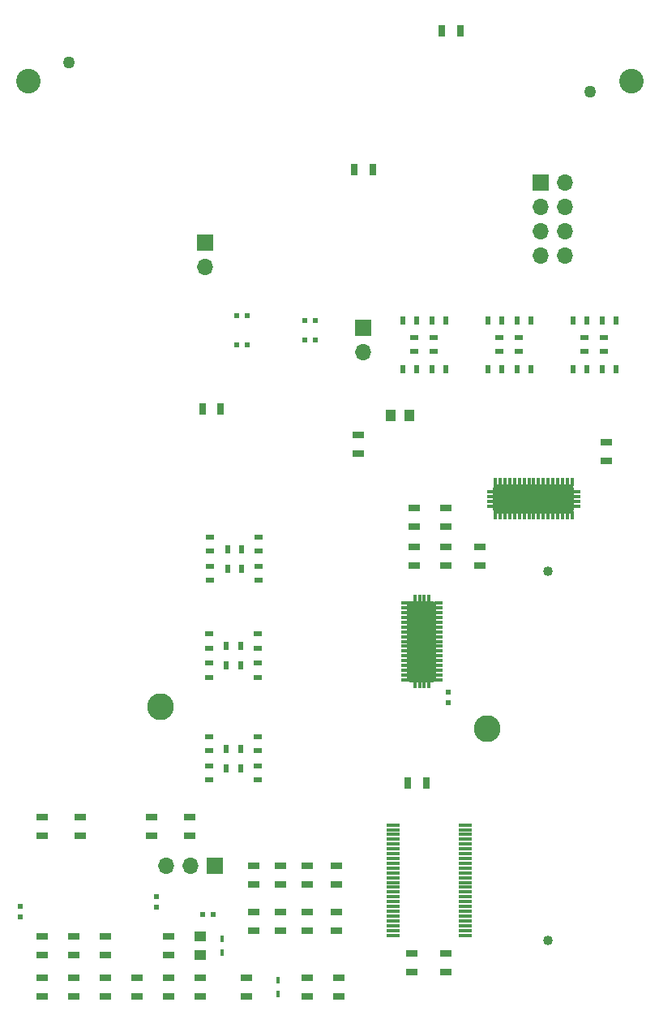
<source format=gbr>
%TF.GenerationSoftware,KiCad,Pcbnew,(6.0.9)*%
%TF.CreationDate,2022-12-19T19:37:01+02:00*%
%TF.ProjectId,FMC_MIPI_v2,464d435f-4d49-4504-995f-76322e6b6963,rev?*%
%TF.SameCoordinates,Original*%
%TF.FileFunction,Soldermask,Top*%
%TF.FilePolarity,Negative*%
%FSLAX46Y46*%
G04 Gerber Fmt 4.6, Leading zero omitted, Abs format (unit mm)*
G04 Created by KiCad (PCBNEW (6.0.9)) date 2022-12-19 19:37:01*
%MOMM*%
%LPD*%
G01*
G04 APERTURE LIST*
G04 Aperture macros list*
%AMRoundRect*
0 Rectangle with rounded corners*
0 $1 Rounding radius*
0 $2 $3 $4 $5 $6 $7 $8 $9 X,Y pos of 4 corners*
0 Add a 4 corners polygon primitive as box body*
4,1,4,$2,$3,$4,$5,$6,$7,$8,$9,$2,$3,0*
0 Add four circle primitives for the rounded corners*
1,1,$1+$1,$2,$3*
1,1,$1+$1,$4,$5*
1,1,$1+$1,$6,$7*
1,1,$1+$1,$8,$9*
0 Add four rect primitives between the rounded corners*
20,1,$1+$1,$2,$3,$4,$5,0*
20,1,$1+$1,$4,$5,$6,$7,0*
20,1,$1+$1,$6,$7,$8,$9,0*
20,1,$1+$1,$8,$9,$2,$3,0*%
G04 Aperture macros list end*
%ADD10R,1.475000X0.300000*%
%ADD11R,0.420000X0.750000*%
%ADD12R,0.299720X0.848360*%
%ADD13R,0.848360X0.299720*%
%ADD14RoundRect,0.500000X3.774440X-1.024890X3.774440X1.024890X-3.774440X1.024890X-3.774440X-1.024890X0*%
%ADD15R,0.900000X0.500000*%
%ADD16R,0.500000X0.900000*%
%ADD17R,1.300000X0.700000*%
%ADD18R,0.700000X1.300000*%
%ADD19R,1.000000X1.250000*%
%ADD20RoundRect,0.500000X1.024890X3.774440X-1.024890X3.774440X-1.024890X-3.774440X1.024890X-3.774440X0*%
%ADD21R,0.500000X0.600000*%
%ADD22R,1.700000X1.700000*%
%ADD23O,1.700000X1.700000*%
%ADD24R,1.250000X1.000000*%
%ADD25R,0.600000X0.500000*%
%ADD26C,2.800000*%
%ADD27C,1.018540*%
%ADD28C,2.565400*%
%ADD29C,1.270000*%
G04 APERTURE END LIST*
D10*
%TO.C,U3*%
X131594000Y-119472000D03*
X131594000Y-119972000D03*
X131594000Y-120472000D03*
X131594000Y-120972000D03*
X131594000Y-121472000D03*
X131594000Y-121972000D03*
X131594000Y-122472000D03*
X131594000Y-122972000D03*
X131594000Y-123472000D03*
X131594000Y-123972000D03*
X131594000Y-124472000D03*
X131594000Y-124972000D03*
X131594000Y-125472000D03*
X131594000Y-125972000D03*
X131594000Y-126472000D03*
X131594000Y-126972000D03*
X131594000Y-127472000D03*
X131594000Y-127972000D03*
X131594000Y-128472000D03*
X131594000Y-128972000D03*
X131594000Y-129472000D03*
X131594000Y-129972000D03*
X131594000Y-130472000D03*
X131594000Y-130972000D03*
X139170000Y-130972000D03*
X139170000Y-130472000D03*
X139170000Y-129972000D03*
X139170000Y-129472000D03*
X139170000Y-128972000D03*
X139170000Y-128472000D03*
X139170000Y-127972000D03*
X139170000Y-127472000D03*
X139170000Y-126972000D03*
X139170000Y-126472000D03*
X139170000Y-125972000D03*
X139170000Y-125472000D03*
X139170000Y-124972000D03*
X139170000Y-124472000D03*
X139170000Y-123972000D03*
X139170000Y-123472000D03*
X139170000Y-122972000D03*
X139170000Y-122472000D03*
X139170000Y-121972000D03*
X139170000Y-121472000D03*
X139170000Y-120972000D03*
X139170000Y-120472000D03*
X139170000Y-119972000D03*
X139170000Y-119472000D03*
%TD*%
D11*
%TO.C,D2*%
X119634000Y-135698000D03*
X119634000Y-137098000D03*
%TD*%
%TO.C,D1*%
X113792000Y-131380000D03*
X113792000Y-132780000D03*
%TD*%
D12*
%TO.C,U6*%
X142306040Y-87170260D03*
X142806420Y-87170260D03*
X143304260Y-87170260D03*
X143804640Y-87170260D03*
X144305020Y-87170260D03*
X144805400Y-87170260D03*
X145305780Y-87170260D03*
X145806160Y-87170260D03*
X146304000Y-87170260D03*
X146801840Y-87170260D03*
X147302220Y-87170260D03*
X147802600Y-87170260D03*
X148302980Y-87170260D03*
X148803360Y-87170260D03*
X149303740Y-87170260D03*
X149801580Y-87170260D03*
X150301960Y-87170260D03*
D13*
X150776940Y-86194900D03*
X150776940Y-85694520D03*
X150776940Y-85196680D03*
X150776940Y-84696300D03*
D12*
X150301960Y-83720940D03*
X149801580Y-83720940D03*
X149303740Y-83720940D03*
X148803360Y-83720940D03*
X148302980Y-83720940D03*
X147802600Y-83720940D03*
X147302220Y-83720940D03*
X146801840Y-83720940D03*
X146304000Y-83720940D03*
X145806160Y-83720940D03*
X145305780Y-83720940D03*
X144805400Y-83720940D03*
X144305020Y-83720940D03*
X143804640Y-83720940D03*
X143304260Y-83720940D03*
X142806420Y-83720940D03*
X142306040Y-83720940D03*
D13*
X141831060Y-84696300D03*
X141831060Y-85196680D03*
X141831060Y-85694520D03*
X141831060Y-86194900D03*
D14*
X146304000Y-85445600D03*
%TD*%
D15*
%TO.C,R54*%
X135890000Y-70092000D03*
X135890000Y-68592000D03*
%TD*%
D16*
%TO.C,R52*%
X135648000Y-66802000D03*
X137148000Y-66802000D03*
%TD*%
%TO.C,R48*%
X115685000Y-100812600D03*
X114185000Y-100812600D03*
%TD*%
%TO.C,R51*%
X132600000Y-66802000D03*
X134100000Y-66802000D03*
%TD*%
D15*
%TO.C,R53*%
X133858000Y-70092000D03*
X133858000Y-68592000D03*
%TD*%
D16*
%TO.C,R47*%
X115685000Y-102844600D03*
X114185000Y-102844600D03*
%TD*%
D15*
%TO.C,R45*%
X112395000Y-104102600D03*
X112395000Y-102602600D03*
%TD*%
%TO.C,R46*%
X112395000Y-101054600D03*
X112395000Y-99554600D03*
%TD*%
D17*
%TO.C,R1*%
X137160000Y-86426000D03*
X137160000Y-88326000D03*
%TD*%
%TO.C,R38*%
X153924000Y-81468000D03*
X153924000Y-79568000D03*
%TD*%
D16*
%TO.C,R63*%
X150380000Y-66802000D03*
X151880000Y-66802000D03*
%TD*%
%TO.C,R64*%
X153428000Y-66802000D03*
X154928000Y-66802000D03*
%TD*%
D15*
%TO.C,R65*%
X151638000Y-70092000D03*
X151638000Y-68592000D03*
%TD*%
%TO.C,R66*%
X153670000Y-70092000D03*
X153670000Y-68592000D03*
%TD*%
D17*
%TO.C,R5*%
X117094000Y-123764000D03*
X117094000Y-125664000D03*
%TD*%
%TO.C,R7*%
X119888000Y-128590000D03*
X119888000Y-130490000D03*
%TD*%
%TO.C,R14*%
X133604000Y-134808000D03*
X133604000Y-132908000D03*
%TD*%
D18*
%TO.C,R18*%
X136718000Y-36576000D03*
X138618000Y-36576000D03*
%TD*%
D17*
%TO.C,R9*%
X122682000Y-130490000D03*
X122682000Y-128590000D03*
%TD*%
%TO.C,R6*%
X117094000Y-128590000D03*
X117094000Y-130490000D03*
%TD*%
%TO.C,R11*%
X125730000Y-123764000D03*
X125730000Y-125664000D03*
%TD*%
%TO.C,R8*%
X116332000Y-137348000D03*
X116332000Y-135448000D03*
%TD*%
D19*
%TO.C,C27*%
X133334000Y-76708000D03*
X131334000Y-76708000D03*
%TD*%
D17*
%TO.C,R17*%
X128016000Y-78806000D03*
X128016000Y-80706000D03*
%TD*%
%TO.C,R27*%
X133858000Y-92390000D03*
X133858000Y-90490000D03*
%TD*%
D16*
%TO.C,R58*%
X144538000Y-66802000D03*
X146038000Y-66802000D03*
%TD*%
%TO.C,R57*%
X141490000Y-66802000D03*
X142990000Y-66802000D03*
%TD*%
D15*
%TO.C,R60*%
X144780000Y-70092000D03*
X144780000Y-68592000D03*
%TD*%
%TO.C,R59*%
X142748000Y-70092000D03*
X142748000Y-68592000D03*
%TD*%
D13*
%TO.C,U5*%
X136344660Y-104327960D03*
X136344660Y-103827580D03*
X136344660Y-103329740D03*
X136344660Y-102829360D03*
X136344660Y-102328980D03*
X136344660Y-101828600D03*
X136344660Y-101328220D03*
X136344660Y-100827840D03*
X136344660Y-100330000D03*
X136344660Y-99832160D03*
X136344660Y-99331780D03*
X136344660Y-98831400D03*
X136344660Y-98331020D03*
X136344660Y-97830640D03*
X136344660Y-97330260D03*
X136344660Y-96832420D03*
X136344660Y-96332040D03*
D12*
X135369300Y-95857060D03*
X134868920Y-95857060D03*
X134371080Y-95857060D03*
X133870700Y-95857060D03*
D13*
X132895340Y-96332040D03*
X132895340Y-96832420D03*
X132895340Y-97330260D03*
X132895340Y-97830640D03*
X132895340Y-98331020D03*
X132895340Y-98831400D03*
X132895340Y-99331780D03*
X132895340Y-99832160D03*
X132895340Y-100330000D03*
X132895340Y-100827840D03*
X132895340Y-101328220D03*
X132895340Y-101828600D03*
X132895340Y-102328980D03*
X132895340Y-102829360D03*
X132895340Y-103329740D03*
X132895340Y-103827580D03*
X132895340Y-104327960D03*
D12*
X133870700Y-104802940D03*
X134371080Y-104802940D03*
X134868920Y-104802940D03*
X135369300Y-104802940D03*
D20*
X134620000Y-100330000D03*
%TD*%
D21*
%TO.C,C19*%
X137414000Y-106722000D03*
X137414000Y-105622000D03*
%TD*%
D17*
%TO.C,R75*%
X137160000Y-92390000D03*
X137160000Y-90490000D03*
%TD*%
%TO.C,R29*%
X104902000Y-137348000D03*
X104902000Y-135448000D03*
%TD*%
%TO.C,R30*%
X108204000Y-135448000D03*
X108204000Y-137348000D03*
%TD*%
%TO.C,R32*%
X98298000Y-137348000D03*
X98298000Y-135448000D03*
%TD*%
%TO.C,R33*%
X101600000Y-137348000D03*
X101600000Y-135448000D03*
%TD*%
%TO.C,R34*%
X94996000Y-137348000D03*
X94996000Y-135448000D03*
%TD*%
%TO.C,R35*%
X111506000Y-135448000D03*
X111506000Y-137348000D03*
%TD*%
%TO.C,R36*%
X137160000Y-132908000D03*
X137160000Y-134808000D03*
%TD*%
D21*
%TO.C,C37*%
X106934000Y-126958000D03*
X106934000Y-128058000D03*
%TD*%
D15*
%TO.C,R40*%
X112395000Y-111748000D03*
X112395000Y-110248000D03*
%TD*%
D16*
%TO.C,R42*%
X115685000Y-111506000D03*
X114185000Y-111506000D03*
%TD*%
D15*
%TO.C,R39*%
X112395000Y-114796000D03*
X112395000Y-113296000D03*
%TD*%
D17*
%TO.C,R37*%
X140716000Y-92390000D03*
X140716000Y-90490000D03*
%TD*%
%TO.C,R3*%
X122682000Y-123764000D03*
X122682000Y-125664000D03*
%TD*%
D22*
%TO.C,JP1*%
X113030000Y-123698000D03*
D23*
X110490000Y-123698000D03*
X107950000Y-123698000D03*
%TD*%
D17*
%TO.C,R20*%
X94996000Y-120584000D03*
X94996000Y-118684000D03*
%TD*%
%TO.C,R22*%
X98933000Y-118684000D03*
X98933000Y-120584000D03*
%TD*%
%TO.C,R21*%
X106426000Y-118684000D03*
X106426000Y-120584000D03*
%TD*%
%TO.C,R19*%
X110363000Y-120584000D03*
X110363000Y-118684000D03*
%TD*%
%TO.C,R26*%
X108204000Y-131130000D03*
X108204000Y-133030000D03*
%TD*%
%TO.C,R25*%
X101600000Y-131130000D03*
X101600000Y-133030000D03*
%TD*%
%TO.C,R23*%
X94996000Y-133030000D03*
X94996000Y-131130000D03*
%TD*%
%TO.C,R24*%
X98298000Y-133030000D03*
X98298000Y-131130000D03*
%TD*%
D24*
%TO.C,C4*%
X111506000Y-133080000D03*
X111506000Y-131080000D03*
%TD*%
D16*
%TO.C,R41*%
X115685000Y-113538000D03*
X114185000Y-113538000D03*
%TD*%
D17*
%TO.C,R4*%
X119888000Y-123764000D03*
X119888000Y-125664000D03*
%TD*%
D18*
%TO.C,R31*%
X133162000Y-115062000D03*
X135062000Y-115062000D03*
%TD*%
D25*
%TO.C,C41*%
X111718000Y-128778000D03*
X112818000Y-128778000D03*
%TD*%
D15*
%TO.C,R43*%
X117475000Y-114796000D03*
X117475000Y-113296000D03*
%TD*%
%TO.C,R44*%
X117475000Y-111748000D03*
X117475000Y-110248000D03*
%TD*%
%TO.C,R49*%
X117475000Y-104102600D03*
X117475000Y-102602600D03*
%TD*%
%TO.C,R50*%
X117475000Y-101054600D03*
X117475000Y-99554600D03*
%TD*%
D16*
%TO.C,R55*%
X132600000Y-71882000D03*
X134100000Y-71882000D03*
%TD*%
%TO.C,R56*%
X135648000Y-71882000D03*
X137148000Y-71882000D03*
%TD*%
%TO.C,R61*%
X141490000Y-71882000D03*
X142990000Y-71882000D03*
%TD*%
%TO.C,R62*%
X144538000Y-71882000D03*
X146038000Y-71882000D03*
%TD*%
%TO.C,R67*%
X150380000Y-71882000D03*
X151880000Y-71882000D03*
%TD*%
%TO.C,R68*%
X153428000Y-71882000D03*
X154928000Y-71882000D03*
%TD*%
D25*
%TO.C,C17*%
X122386000Y-68834000D03*
X123486000Y-68834000D03*
%TD*%
%TO.C,C15*%
X116416000Y-66294000D03*
X115316000Y-66294000D03*
%TD*%
%TO.C,C16*%
X116374000Y-69342000D03*
X115274000Y-69342000D03*
%TD*%
D18*
%TO.C,R2*%
X113599000Y-76073000D03*
X111699000Y-76073000D03*
%TD*%
D15*
%TO.C,R74*%
X117602000Y-90920000D03*
X117602000Y-89420000D03*
%TD*%
%TO.C,R73*%
X117602000Y-93968000D03*
X117602000Y-92468000D03*
%TD*%
%TO.C,R70*%
X112522000Y-90920000D03*
X112522000Y-89420000D03*
%TD*%
%TO.C,R69*%
X112522000Y-93968000D03*
X112522000Y-92468000D03*
%TD*%
D16*
%TO.C,R72*%
X115812000Y-90678000D03*
X114312000Y-90678000D03*
%TD*%
%TO.C,R71*%
X115812000Y-92710000D03*
X114312000Y-92710000D03*
%TD*%
D18*
%TO.C,R16*%
X127574000Y-51054000D03*
X129474000Y-51054000D03*
%TD*%
D25*
%TO.C,C14*%
X122386000Y-66802000D03*
X123486000Y-66802000D03*
%TD*%
D17*
%TO.C,R12*%
X125984000Y-137348000D03*
X125984000Y-135448000D03*
%TD*%
%TO.C,R15*%
X122682000Y-137348000D03*
X122682000Y-135448000D03*
%TD*%
%TO.C,R13*%
X125730000Y-128590000D03*
X125730000Y-130490000D03*
%TD*%
D22*
%TO.C,JP2*%
X112014000Y-58674000D03*
D23*
X112014000Y-61214000D03*
%TD*%
D22*
%TO.C,JP3*%
X128524000Y-67564000D03*
D23*
X128524000Y-70104000D03*
%TD*%
D21*
%TO.C,C38*%
X92710000Y-127974000D03*
X92710000Y-129074000D03*
%TD*%
D17*
%TO.C,R28*%
X133858000Y-86426000D03*
X133858000Y-88326000D03*
%TD*%
D26*
%TO.C,TP1*%
X141427200Y-109423200D03*
%TD*%
D22*
%TO.C,J3*%
X147066000Y-52451000D03*
D23*
X149606000Y-52451000D03*
X147066000Y-54991000D03*
X149606000Y-54991000D03*
X147066000Y-57531000D03*
X149606000Y-57531000D03*
X147066000Y-60071000D03*
X149606000Y-60071000D03*
%TD*%
D26*
%TO.C,TP2*%
X107315000Y-107137200D03*
%TD*%
D27*
%TO.C,J2*%
X147830540Y-93030040D03*
X147830540Y-131505960D03*
%TD*%
D28*
%TO.C,J1*%
X156476700Y-41884600D03*
D29*
X152158700Y-42926000D03*
X97777300Y-39878000D03*
D28*
X93477334Y-41884600D03*
%TD*%
M02*

</source>
